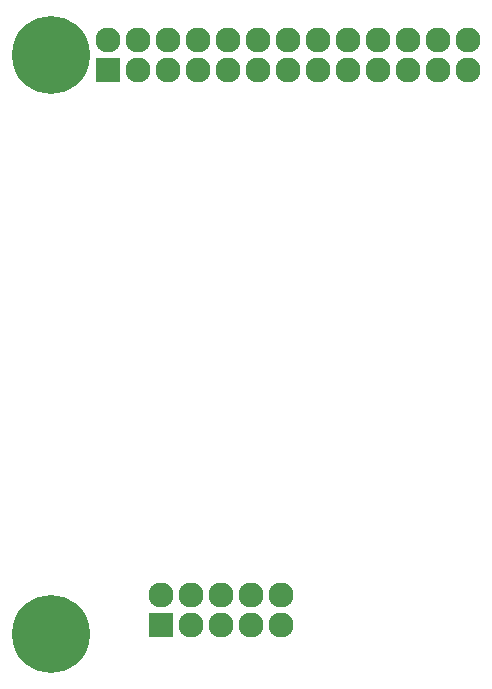
<source format=gbs>
G04 #@! TF.FileFunction,Soldermask,Bot*
%FSLAX46Y46*%
G04 Gerber Fmt 4.6, Leading zero omitted, Abs format (unit mm)*
G04 Created by KiCad (PCBNEW 4.0.5) date 04/15/17 13:19:52*
%MOMM*%
%LPD*%
G01*
G04 APERTURE LIST*
%ADD10C,0.100000*%
%ADD11R,2.127200X2.127200*%
%ADD12O,2.127200X2.127200*%
%ADD13C,6.600000*%
G04 APERTURE END LIST*
D10*
D11*
X41815000Y-73760000D03*
D12*
X41815000Y-71220000D03*
X44355000Y-73760000D03*
X44355000Y-71220000D03*
X46895000Y-73760000D03*
X46895000Y-71220000D03*
X49435000Y-73760000D03*
X49435000Y-71220000D03*
X51975000Y-73760000D03*
X51975000Y-71220000D03*
D13*
X32500000Y-74500000D03*
D11*
X37370000Y-26770000D03*
D12*
X37370000Y-24230000D03*
X39910000Y-26770000D03*
X39910000Y-24230000D03*
X42450000Y-26770000D03*
X42450000Y-24230000D03*
X44990000Y-26770000D03*
X44990000Y-24230000D03*
X47530000Y-26770000D03*
X47530000Y-24230000D03*
X50070000Y-26770000D03*
X50070000Y-24230000D03*
X52610000Y-26770000D03*
X52610000Y-24230000D03*
X55150000Y-26770000D03*
X55150000Y-24230000D03*
X57690000Y-26770000D03*
X57690000Y-24230000D03*
X60230000Y-26770000D03*
X60230000Y-24230000D03*
X62770000Y-26770000D03*
X62770000Y-24230000D03*
X65310000Y-26770000D03*
X65310000Y-24230000D03*
X67850000Y-26770000D03*
X67850000Y-24230000D03*
D13*
X32500000Y-25500000D03*
M02*

</source>
